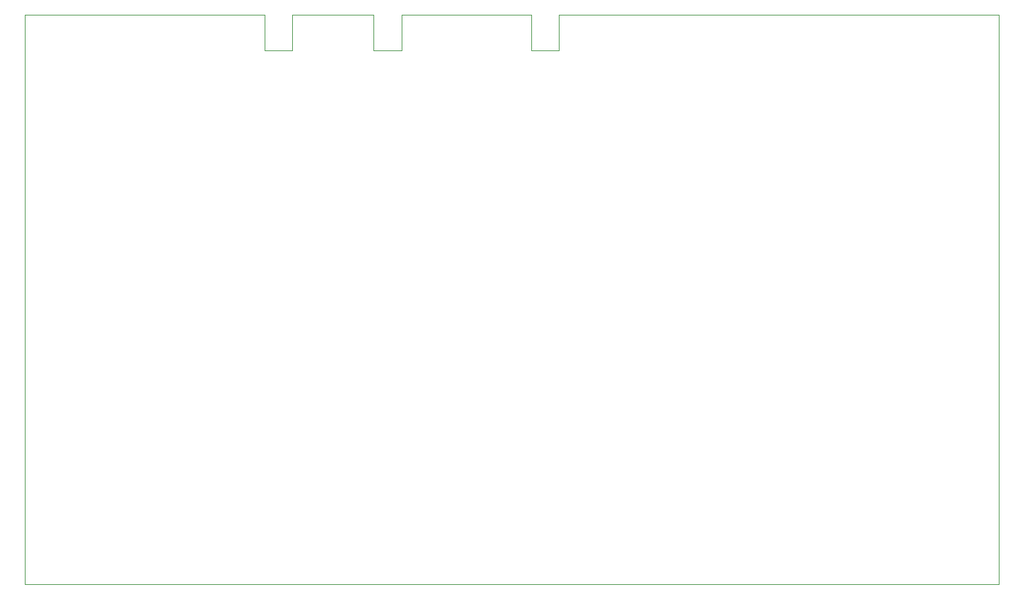
<source format=gko>
G04 #@! TF.GenerationSoftware,KiCad,Pcbnew,(5.1.6-0-10_14)*
G04 #@! TF.CreationDate,2020-09-02T00:25:13+09:00*
G04 #@! TF.ProjectId,teabiscuits_compute,74656162-6973-4637-9569-74735f636f6d,rev?*
G04 #@! TF.SameCoordinates,Original*
G04 #@! TF.FileFunction,Profile,NP*
%FSLAX46Y46*%
G04 Gerber Fmt 4.6, Leading zero omitted, Abs format (unit mm)*
G04 Created by KiCad (PCBNEW (5.1.6-0-10_14)) date 2020-09-02 00:25:13*
%MOMM*%
%LPD*%
G01*
G04 APERTURE LIST*
G04 #@! TA.AperFunction,Profile*
%ADD10C,0.050000*%
G04 #@! TD*
G04 #@! TA.AperFunction,Profile*
%ADD11C,0.100000*%
G04 #@! TD*
G04 APERTURE END LIST*
D10*
X92475000Y-169500000D02*
X215250000Y-169500000D01*
X122750000Y-97750000D02*
X111250000Y-97750000D01*
X136475000Y-97750000D02*
X126250000Y-97750000D01*
X156325000Y-97750000D02*
X139975000Y-97750000D01*
X215250000Y-97750000D02*
X159825000Y-97750000D01*
X92475000Y-97750000D02*
X92475000Y-169500000D01*
X111250000Y-97750000D02*
X92475000Y-97750000D01*
X215250000Y-148750000D02*
X215250000Y-169500000D01*
X215250000Y-148000000D02*
X215250000Y-148750000D01*
X215250000Y-97750000D02*
X215250000Y-148000000D01*
D11*
X156325000Y-97750000D02*
X156325000Y-102250000D01*
X156325000Y-102250000D02*
X159825000Y-102250000D01*
X159825000Y-102250000D02*
X159825000Y-97750000D01*
X126250000Y-102250000D02*
X126250000Y-97750000D01*
X122750000Y-102250000D02*
X126250000Y-102250000D01*
X122750000Y-97750000D02*
X122750000Y-102250000D01*
X136475000Y-97750000D02*
X136475000Y-102250000D01*
X136475000Y-102250000D02*
X139975000Y-102250000D01*
X139975000Y-102250000D02*
X139975000Y-97750000D01*
M02*

</source>
